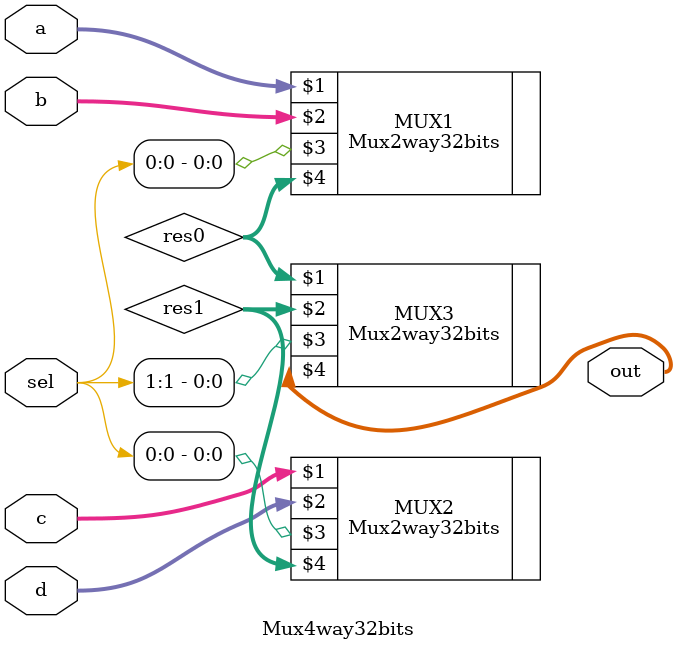
<source format=v>
`include"Mux2way32bits.v"

module Mux4way32bits(a, b, c, d, sel, out);
    
input [31:0] a, b, c, d;
input [1:0] sel;
output [31:0] out;

wire [31:0] res0, res1;

Mux2way32bits MUX1(a, b, sel[0], res0);
Mux2way32bits MUX2(c, d, sel[0], res1);
Mux2way32bits MUX3(res0, res1, sel[1], out);

endmodule
</source>
